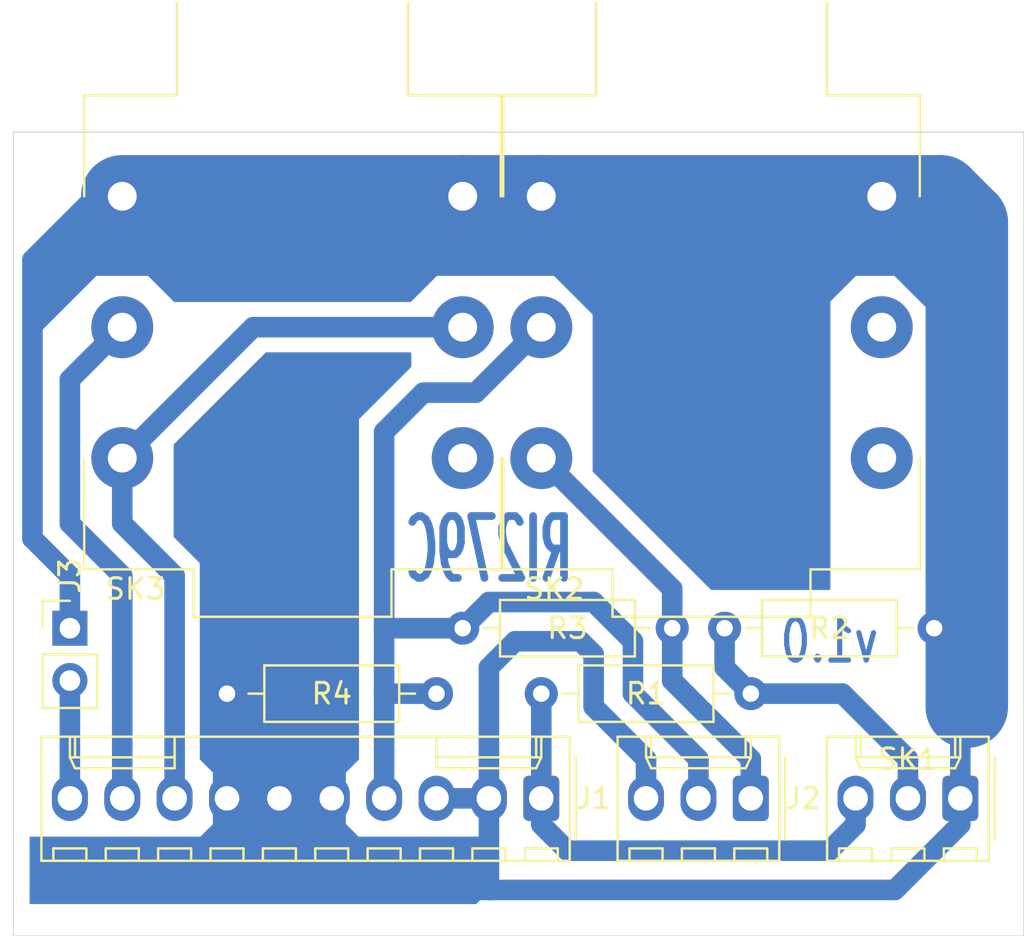
<source format=kicad_pcb>
(kicad_pcb (version 20211014) (generator pcbnew)
  (layers (0 "F.Cu" signal) (31 "B.Cu" signal) (34 "B.Paste" user) (35 "F.Paste" user) (36 "B.SilkS" user "B.Silkscreen") (37 "F.SilkS" user "F.Silkscreen") (38 "B.Mask" user) (39 "F.Mask" user) (44 "Edge.Cuts" user))
  (net 0 "")
  (net 1 "Net-(J1-Pad1)")
  (net 2 "Net-(J1-Pad4)")
  (net 3 "Net-(J1-Pad8)")
  (net 4 "Net-(J1-Pad9)")
  (net 5 "Net-(J1-Pad10)")
  (net 6 "GND")
  (net 7 "Net-(R1-Pad1)")
  (net 11 "Net-(J2-Pad1)")
  (footprint "TAC:CL13345" (layer "F.Cu") (at 109.855 118.11 90)
    (fp_text reference "SK2" (at -19.05 -7.62 180) (layer "F.SilkS"))
    (fp_text value "Tape/FX")
    (fp_line (start 4.9 -5.6) (end 4.9 -10.1) (layer "F.SilkS") (width 0.12))
    (fp_line (start 9.4 5.6) (end 4.9 5.6) (layer "F.SilkS") (width 0.12))
    (fp_line (start -20.4 4.8) (end -18.1 4.8) (layer "F.SilkS") (width 0.12))
    (fp_line (start -18.1 -4.8) (end -20.4 -4.8) (layer "F.SilkS") (width 0.12))
    (fp_line (start -18.1 10.1) (end -12.7 10.1) (layer "F.SilkS") (width 0.12))
    (fp_line (start 9.4 -5.6) (end 4.9 -5.6) (layer "F.SilkS") (width 0.12))
    (fp_line (start 4.9 -10.1) (end 0 -10.1) (layer "F.SilkS") (width 0.12))
    (fp_line (start -12.7 -10.1) (end -18.1 -10.1) (layer "F.SilkS") (width 0.12))
    (fp_line (start -18.1 -10.1) (end -18.1 -4.8) (layer "F.SilkS") (width 0.12))
    (fp_line (start -18.1 4.8) (end -18.1 10.1) (layer "F.SilkS") (width 0.12))
    (fp_line (start -20.4 -4.8) (end -20.4 4.8) (layer "F.SilkS") (width 0.12))
    (fp_line (start 4.9 10.1) (end 0 10.1) (layer "F.SilkS") (width 0.12))
    (fp_line (start 4.9 5.6) (end 4.9 10.1) (layer "F.SilkS") (width 0.12))
    (pad "R" thru_hole circle locked (at -6.35 -8.255 180) (size 3 3) (drill 1.4) (layers *.Cu *.Mask) (net 2 "Net-(J1-Pad4)"))
    (pad "RN" thru_hole circle locked (at -6.35 8.255 180) (size 3 3) (drill 1.4) (layers *.Cu *.Mask))
    (pad "S" thru_hole circle locked (at 0 -8.255 180) (size 3 3) (drill 1.4) (layers *.Cu *.Mask) (net 6 "GND"))
    (pad "SN" thru_hole circle locked (at 0 8.255 180) (size 3 3) (drill 1.4) (layers *.Cu *.Mask) (net 6 "GND"))
    (pad "T" thru_hole circle locked (at -12.7 -8.255 180) (size 3 3) (drill 1.4) (layers *.Cu *.Mask) (net 11 "Net-(J2-Pad1)"))
    (pad "TN" thru_hole circle locked (at -12.7 8.255 180) (size 3 3) (drill 1.4) (layers *.Cu *.Mask))
  )
  (footprint "Resistor_THT:R_Axial_DIN0207_L6.3mm_D2.5mm_P10.16mm_Horizontal" (layer "F.Cu") (at 111.76 142.24 180)
    (fp_text reference "R1" (at 5.08 0) (layer "F.SilkS"))
    (fp_text value "3k")
    (fp_line (start 8.35 1.37) (end 8.35 -1.37) (layer "F.SilkS") (width 0.12))
    (fp_line (start 1.81 -1.37) (end 1.81 1.37) (layer "F.SilkS") (width 0.12))
    (fp_line (start 9.12 0) (end 8.35 0) (layer "F.SilkS") (width 0.12))
    (fp_line (start 8.35 -1.37) (end 1.81 -1.37) (layer "F.SilkS") (width 0.12))
    (fp_line (start 1.04 0) (end 1.81 0) (layer "F.SilkS") (width 0.12))
    (fp_line (start 1.81 1.37) (end 8.35 1.37) (layer "F.SilkS") (width 0.12))
    (pad "1" thru_hole circle locked (at 0 0 180) (size 1.6 1.6) (drill 0.8) (layers *.Cu *.Mask) (net 7 "Net-(R1-Pad1)"))
    (pad "2" thru_hole oval locked (at 10.16 0 180) (size 1.6 1.6) (drill 0.8) (layers *.Cu *.Mask) (net 1 "Net-(J1-Pad1)"))
  )
  (footprint "TAC:CL13345" (layer "F.Cu") (at 89.535 118.11 90)
    (fp_text reference "SK3" (at -19.05 -7.62 180) (layer "F.SilkS"))
    (fp_text value "Insert")
    (fp_line (start -18.1 -10.1) (end -18.1 -4.8) (layer "F.SilkS") (width 0.12))
    (fp_line (start -20.4 4.8) (end -18.1 4.8) (layer "F.SilkS") (width 0.12))
    (fp_line (start -20.4 -4.8) (end -20.4 4.8) (layer "F.SilkS") (width 0.12))
    (fp_line (start -18.1 10.1) (end -12.7 10.1) (layer "F.SilkS") (width 0.12))
    (fp_line (start 4.9 -5.6) (end 4.9 -10.1) (layer "F.SilkS") (width 0.12))
    (fp_line (start 9.4 5.6) (end 4.9 5.6) (layer "F.SilkS") (width 0.12))
    (fp_line (start -18.1 4.8) (end -18.1 10.1) (layer "F.SilkS") (width 0.12))
    (fp_line (start -12.7 -10.1) (end -18.1 -10.1) (layer "F.SilkS") (width 0.12))
    (fp_line (start 4.9 10.1) (end 0 10.1) (layer "F.SilkS") (width 0.12))
    (fp_line (start 4.9 -10.1) (end 0 -10.1) (layer "F.SilkS") (width 0.12))
    (fp_line (start -18.1 -4.8) (end -20.4 -4.8) (layer "F.SilkS") (width 0.12))
    (fp_line (start 4.9 5.6) (end 4.9 10.1) (layer "F.SilkS") (width 0.12))
    (fp_line (start 9.4 -5.6) (end 4.9 -5.6) (layer "F.SilkS") (width 0.12))
    (pad "R" thru_hole circle locked (at -6.35 -8.255 180) (size 3 3) (drill 1.4) (layers *.Cu *.Mask) (net 4 "Net-(J1-Pad9)"))
    (pad "RN" thru_hole circle locked (at -6.35 8.255 180) (size 3 3) (drill 1.4) (layers *.Cu *.Mask) (net 3 "Net-(J1-Pad8)"))
    (pad "S" thru_hole circle locked (at 0 -8.255 180) (size 3 3) (drill 1.4) (layers *.Cu *.Mask) (net 6 "GND"))
    (pad "SN" thru_hole circle locked (at 0 8.255 180) (size 3 3) (drill 1.4) (layers *.Cu *.Mask) (net 6 "GND"))
    (pad "T" thru_hole circle locked (at -12.7 -8.255 180) (size 3 3) (drill 1.4) (layers *.Cu *.Mask) (net 3 "Net-(J1-Pad8)"))
    (pad "TN" thru_hole circle locked (at -12.7 8.255 180) (size 3 3) (drill 1.4) (layers *.Cu *.Mask))
  )
  (footprint "Resistor_THT:R_Axial_DIN0207_L6.3mm_D2.5mm_P10.16mm_Horizontal" (layer "F.Cu") (at 96.52 142.24 180)
    (fp_text reference "R4" (at 5.08 0) (layer "F.SilkS"))
    (fp_text value "22k")
    (fp_line (start 9.12 0) (end 8.35 0) (layer "F.SilkS") (width 0.12))
    (fp_line (start 1.81 -1.37) (end 1.81 1.37) (layer "F.SilkS") (width 0.12))
    (fp_line (start 1.81 1.37) (end 8.35 1.37) (layer "F.SilkS") (width 0.12))
    (fp_line (start 8.35 1.37) (end 8.35 -1.37) (layer "F.SilkS") (width 0.12))
    (fp_line (start 1.04 0) (end 1.81 0) (layer "F.SilkS") (width 0.12))
    (fp_line (start 8.35 -1.37) (end 1.81 -1.37) (layer "F.SilkS") (width 0.12))
    (pad "1" thru_hole circle locked (at 0 0 180) (size 1.6 1.6) (drill 0.8) (layers *.Cu *.Mask) (net 2 "Net-(J1-Pad4)"))
    (pad "2" thru_hole oval locked (at 10.16 0 180) (size 1.6 1.6) (drill 0.8) (layers *.Cu *.Mask) (net 6 "GND"))
  )
  (footprint "Connector_Molex:Molex_KK-254_AE-6410-10A_1x10_P2.54mm_Vertical" (layer "F.Cu") (at 101.6 147.32 180)
    (fp_text reference "J1" (at -2.54 0) (layer "F.SilkS"))
    (fp_text value "Ribbon Cable")
    (fp_line (start -0.8 -2.43) (end 0.8 -2.43) (layer "F.SilkS") (width 0.12))
    (fp_line (start 6.82 -2.43) (end 8.42 -2.43) (layer "F.SilkS") (width 0.12))
    (fp_line (start 17.78 1.99) (end 17.78 2.99) (layer "F.SilkS") (width 0.12))
    (fp_line (start 22.06 -2.43) (end 23.66 -2.43) (layer "F.SilkS") (width 0.12))
    (fp_line (start 19.52 -2.43) (end 21.12 -2.43) (layer "F.SilkS") (width 0.12))
    (fp_line (start 5.08 1.99) (end 5.08 2.99) (layer "F.SilkS") (width 0.12))
    (fp_line (start 1.74 -2.43) (end 3.34 -2.43) (layer "F.SilkS") (width 0.12))
    (fp_line (start -1.38 2.99) (end 24.24 2.99) (layer "F.SilkS") (width 0.12))
    (fp_line (start 23.66 -2.43) (end 23.66 -3.03) (layer "F.SilkS") (width 0.12))
    (fp_line (start 22.06 -3.03) (end 22.06 -2.43) (layer "F.SilkS") (width 0.12))
    (fp_line (start 6.82 -3.03) (end 6.82 -2.43) (layer "F.SilkS") (width 0.12))
    (fp_line (start 0.8 -2.43) (end 0.8 -3.03) (layer "F.SilkS") (width 0.12))
    (fp_line (start 8.42 -2.43) (end 8.42 -3.03) (layer "F.SilkS") (width 0.12))
    (fp_line (start -1.38 -3.03) (end -1.38 2.99) (layer "F.SilkS") (width 0.12))
    (fp_line (start 4.28 -2.43) (end 5.88 -2.43) (layer "F.SilkS") (width 0.12))
    (fp_line (start 5.08 1.46) (end 5.08 1.99) (layer "F.SilkS") (width 0.12))
    (fp_line (start 16.04 -2.43) (end 16.04 -3.03) (layer "F.SilkS") (width 0.12))
    (fp_line (start 11.9 -2.43) (end 13.5 -2.43) (layer "F.SilkS") (width 0.12))
    (fp_line (start 10.96 -2.43) (end 10.96 -3.03) (layer "F.SilkS") (width 0.12))
    (fp_line (start 22.61 1.46) (end 17.78 1.46) (layer "F.SilkS") (width 0.12))
    (fp_line (start 9.36 -3.03) (end 9.36 -2.43) (layer "F.SilkS") (width 0.12))
    (fp_line (start 0 1.99) (end 0.25 1.46) (layer "F.SilkS") (width 0.12))
    (fp_line (start 22.61 2.99) (end 22.61 1.99) (layer "F.SilkS") (width 0.12))
    (fp_line (start 18.58 -2.43) (end 18.58 -3.03) (layer "F.SilkS") (width 0.12))
    (fp_line (start 3.34 -2.43) (end 3.34 -3.03) (layer "F.SilkS") (width 0.12))
    (fp_line (start 17.78 1.46) (end 17.78 1.99) (layer "F.SilkS") (width 0.12))
    (fp_line (start 13.5 -2.43) (end 13.5 -3.03) (layer "F.SilkS") (width 0.12))
    (fp_line (start 22.86 1.99) (end 17.78 1.99) (layer "F.SilkS") (width 0.12))
    (fp_line (start 14.44 -3.03) (end 14.44 -2.43) (layer "F.SilkS") (width 0.12))
    (fp_line (start 24.24 -3.03) (end -1.38 -3.03) (layer "F.SilkS") (width 0.12))
    (fp_line (start 21.12 -2.43) (end 21.12 -3.03) (layer "F.SilkS") (width 0.12))
    (fp_line (start 1.74 -3.03) (end 1.74 -2.43) (layer "F.SilkS") (width 0.12))
    (fp_line (start 22.86 1.99) (end 22.61 1.46) (layer "F.SilkS") (width 0.12))
    (fp_line (start 22.86 2.99) (end 22.86 1.99) (layer "F.SilkS") (width 0.12))
    (fp_line (start 0.25 1.46) (end 5.08 1.46) (layer "F.SilkS") (width 0.12))
    (fp_line (start 14.44 -2.43) (end 16.04 -2.43) (layer "F.SilkS") (width 0.12))
    (fp_line (start 16.98 -3.03) (end 16.98 -2.43) (layer "F.SilkS") (width 0.12))
    (fp_line (start 4.28 -3.03) (end 4.28 -2.43) (layer "F.SilkS") (width 0.12))
    (fp_line (start -0.8 -3.03) (end -0.8 -2.43) (layer "F.SilkS") (width 0.12))
    (fp_line (start -1.67 -2) (end -1.67 2) (layer "F.SilkS") (width 0.12))
    (fp_line (start 11.9 -3.03) (end 11.9 -2.43) (layer "F.SilkS") (width 0.12))
    (fp_line (start 0 1.99) (end 5.08 1.99) (layer "F.SilkS") (width 0.12))
    (fp_line (start 9.36 -2.43) (end 10.96 -2.43) (layer "F.SilkS") (width 0.12))
    (fp_line (start 16.98 -2.43) (end 18.58 -2.43) (layer "F.SilkS") (width 0.12))
    (fp_line (start 0 2.99) (end 0 1.99) (layer "F.SilkS") (width 0.12))
    (fp_line (start 5.88 -2.43) (end 5.88 -3.03) (layer "F.SilkS") (width 0.12))
    (fp_line (start 24.24 2.99) (end 24.24 -3.03) (layer "F.SilkS") (width 0.12))
    (fp_line (start 0.25 2.99) (end 0.25 1.99) (layer "F.SilkS") (width 0.12))
    (fp_line (start 19.52 -3.03) (end 19.52 -2.43) (layer "F.SilkS") (width 0.12))
    (pad "1" thru_hole roundrect locked (at 0 0 180) (size 1.74 2.19) (drill 1.19) (layers *.Cu *.Mask) (roundrect_rratio 0.1436775862) (net 1 "Net-(J1-Pad1)"))
    (pad "2" thru_hole oval locked (at 2.54 0 180) (size 1.74 2.19) (drill 1.19) (layers *.Cu *.Mask) (net 6 "GND"))
    (pad "3" thru_hole oval locked (at 5.08 0 180) (size 1.74 2.19) (drill 1.19) (layers *.Cu *.Mask) (net 6 "GND"))
    (pad "4" thru_hole oval locked (at 7.62 0 180) (size 1.74 2.19) (drill 1.19) (layers *.Cu *.Mask) (net 2 "Net-(J1-Pad4)"))
    (pad "5" thru_hole oval locked (at 10.16 0 180) (size 1.74 2.19) (drill 1.19) (layers *.Cu *.Mask) (net 6 "GND"))
    (pad "6" thru_hole oval locked (at 12.7 0 180) (size 1.74 2.19) (drill 1.19) (layers *.Cu *.Mask) (net 6 "GND"))
    (pad "7" thru_hole oval locked (at 15.24 0 180) (size 1.74 2.19) (drill 1.19) (layers *.Cu *.Mask) (net 6 "GND"))
    (pad "8" thru_hole oval locked (at 17.78 0 180) (size 1.74 2.19) (drill 1.19) (layers *.Cu *.Mask) (net 3 "Net-(J1-Pad8)"))
    (pad "9" thru_hole oval locked (at 20.32 0 180) (size 1.74 2.19) (drill 1.19) (layers *.Cu *.Mask) (net 4 "Net-(J1-Pad9)"))
    (pad "10" thru_hole oval locked (at 22.86 0 180) (size 1.74 2.19) (drill 1.19) (layers *.Cu *.Mask) (net 5 "Net-(J1-Pad10)"))
  )
  (footprint "Connector_PinHeader_2.54mm:PinHeader_1x02_P2.54mm_Vertical" (layer "F.Cu") (at 78.74 139.065)
    (fp_text reference "J3" (at 0 -2.54 90) (layer "F.SilkS"))
    (fp_text value "Meter")
    (fp_line (start -1.33 -1.33) (end 0 -1.33) (layer "F.SilkS") (width 0.12))
    (fp_line (start -1.33 1.27) (end 1.33 1.27) (layer "F.SilkS") (width 0.12))
    (fp_line (start -1.33 1.27) (end -1.33 3.87) (layer "F.SilkS") (width 0.12))
    (fp_line (start 1.33 1.27) (end 1.33 3.87) (layer "F.SilkS") (width 0.12))
    (fp_line (start -1.33 0) (end -1.33 -1.33) (layer "F.SilkS") (width 0.12))
    (fp_line (start -1.33 3.87) (end 1.33 3.87) (layer "F.SilkS") (width 0.12))
    (pad "1" thru_hole rect locked (at 0 0) (size 1.7 1.7) (drill 1) (layers *.Cu *.Mask) (net 6 "GND"))
    (pad "2" thru_hole oval locked (at 0 2.54) (size 1.7 1.7) (drill 1) (layers *.Cu *.Mask) (net 5 "Net-(J1-Pad10)"))
  )
  (footprint "Connector_Molex:Molex_KK-254_AE-6410-03A_1x03_P2.54mm_Vertical" (layer "F.Cu") (at 111.76 147.32 180)
    (fp_text reference "J2" (at -2.54 0) (layer "F.SilkS"))
    (fp_text value "Multiway")
    (fp_line (start 0 1.99) (end 0.25 1.46) (layer "F.SilkS") (width 0.12))
    (fp_line (start 5.88 -2.43) (end 5.88 -3.03) (layer "F.SilkS") (width 0.12))
    (fp_line (start 4.83 2.99) (end 4.83 1.99) (layer "F.SilkS") (width 0.12))
    (fp_line (start 1.74 -3.03) (end 1.74 -2.43) (layer "F.SilkS") (width 0.12))
    (fp_line (start 5.08 1.99) (end 5.08 2.99) (layer "F.SilkS") (width 0.12))
    (fp_line (start 4.83 1.46) (end 5.08 1.99) (layer "F.SilkS") (width 0.12))
    (fp_line (start -1.38 -3.03) (end -1.38 2.99) (layer "F.SilkS") (width 0.12))
    (fp_line (start 1.74 -2.43) (end 3.34 -2.43) (layer "F.SilkS") (width 0.12))
    (fp_line (start -0.8 -3.03) (end -0.8 -2.43) (layer "F.SilkS") (width 0.12))
    (fp_line (start 0.25 2.99) (end 0.25 1.99) (layer "F.SilkS") (width 0.12))
    (fp_line (start 0.25 1.46) (end 4.83 1.46) (layer "F.SilkS") (width 0.12))
    (fp_line (start 4.28 -2.43) (end 5.88 -2.43) (layer "F.SilkS") (width 0.12))
    (fp_line (start -0.8 -2.43) (end 0.8 -2.43) (layer "F.SilkS") (width 0.12))
    (fp_line (start 6.46 -3.03) (end -1.38 -3.03) (layer "F.SilkS") (width 0.12))
    (fp_line (start -1.38 2.99) (end 6.46 2.99) (layer "F.SilkS") (width 0.12))
    (fp_line (start 0.8 -2.43) (end 0.8 -3.03) (layer "F.SilkS") (width 0.12))
    (fp_line (start 3.34 -2.43) (end 3.34 -3.03) (layer "F.SilkS") (width 0.12))
    (fp_line (start 6.46 2.99) (end 6.46 -3.03) (layer "F.SilkS") (width 0.12))
    (fp_line (start 0 1.99) (end 5.08 1.99) (layer "F.SilkS") (width 0.12))
    (fp_line (start 4.28 -3.03) (end 4.28 -2.43) (layer "F.SilkS") (width 0.12))
    (fp_line (start -1.67 -2) (end -1.67 2) (layer "F.SilkS") (width 0.12))
    (fp_line (start 0 2.99) (end 0 1.99) (layer "F.SilkS") (width 0.12))
    (pad "1" thru_hole roundrect locked (at 0 0 180) (size 1.74 2.19) (drill 1.19) (layers *.Cu *.Mask) (roundrect_rratio 0.1436775862) (net 11 "Net-(J2-Pad1)"))
    (pad "2" thru_hole oval locked (at 2.54 0 180) (size 1.74 2.19) (drill 1.19) (layers *.Cu *.Mask) (net 2 "Net-(J1-Pad4)"))
    (pad "3" thru_hole oval locked (at 5.08 0 180) (size 1.74 2.19) (drill 1.19) (layers *.Cu *.Mask) (net 6 "GND"))
  )
  (footprint "Resistor_THT:R_Axial_DIN0207_L6.3mm_D2.5mm_P10.16mm_Horizontal" (layer "F.Cu") (at 97.79 139.065)
    (fp_text reference "R3" (at 5.08 0) (layer "F.SilkS"))
    (fp_text value "62k")
    (fp_line (start 1.81 1.37) (end 8.35 1.37) (layer "F.SilkS") (width 0.12))
    (fp_line (start 1.04 0) (end 1.81 0) (layer "F.SilkS") (width 0.12))
    (fp_line (start 8.35 -1.37) (end 1.81 -1.37) (layer "F.SilkS") (width 0.12))
    (fp_line (start 1.81 -1.37) (end 1.81 1.37) (layer "F.SilkS") (width 0.12))
    (fp_line (start 8.35 1.37) (end 8.35 -1.37) (layer "F.SilkS") (width 0.12))
    (fp_line (start 9.12 0) (end 8.35 0) (layer "F.SilkS") (width 0.12))
    (pad "1" thru_hole circle locked (at 0 0) (size 1.6 1.6) (drill 0.8) (layers *.Cu *.Mask) (net 2 "Net-(J1-Pad4)"))
    (pad "2" thru_hole oval locked (at 10.16 0) (size 1.6 1.6) (drill 0.8) (layers *.Cu *.Mask) (net 11 "Net-(J2-Pad1)"))
  )
  (footprint "Resistor_THT:R_Axial_DIN0207_L6.3mm_D2.5mm_P10.16mm_Horizontal" (layer "F.Cu") (at 120.65 139.065 180)
    (fp_text reference "R2" (at 5.08 0) (layer "F.SilkS"))
    (fp_text value "1k")
    (fp_line (start 1.81 1.37) (end 8.35 1.37) (layer "F.SilkS") (width 0.12))
    (fp_line (start 8.35 1.37) (end 8.35 -1.37) (layer "F.SilkS") (width 0.12))
    (fp_line (start 8.35 -1.37) (end 1.81 -1.37) (layer "F.SilkS") (width 0.12))
    (fp_line (start 1.81 -1.37) (end 1.81 1.37) (layer "F.SilkS") (width 0.12))
    (fp_line (start 1.04 0) (end 1.81 0) (layer "F.SilkS") (width 0.12))
    (fp_line (start 9.12 0) (end 8.35 0) (layer "F.SilkS") (width 0.12))
    (pad "1" thru_hole circle locked (at 0 0 180) (size 1.6 1.6) (drill 0.8) (layers *.Cu *.Mask) (net 6 "GND"))
    (pad "2" thru_hole oval locked (at 10.16 0 180) (size 1.6 1.6) (drill 0.8) (layers *.Cu *.Mask) (net 7 "Net-(R1-Pad1)"))
  )
  (footprint "Connector_Molex:Molex_KK-254_AE-6410-03A_1x03_P2.54mm_Vertical" (layer "F.Cu") (at 121.92 147.32 180)
    (fp_text reference "SK1" (at 2.54 1.905) (layer "F.SilkS"))
    (fp_text value "Buss Out")
    (fp_line (start -1.38 -3.03) (end -1.38 2.99) (layer "F.SilkS") (width 0.12))
    (fp_line (start -0.8 -2.43) (end 0.8 -2.43) (layer "F.SilkS") (width 0.12))
    (fp_line (start 6.46 -3.03) (end -1.38 -3.03) (layer "F.SilkS") (width 0.12))
    (fp_line (start -0.8 -3.03) (end -0.8 -2.43) (layer "F.SilkS") (width 0.12))
    (fp_line (start 4.83 1.46) (end 5.08 1.99) (layer "F.SilkS") (width 0.12))
    (fp_line (start 1.74 -2.43) (end 3.34 -2.43) (layer "F.SilkS") (width 0.12))
    (fp_line (start 0 1.99) (end 5.08 1.99) (layer "F.SilkS") (width 0.12))
    (fp_line (start 5.88 -2.43) (end 5.88 -3.03) (layer "F.SilkS") (width 0.12))
    (fp_line (start 4.28 -2.43) (end 5.88 -2.43) (layer "F.SilkS") (width 0.12))
    (fp_line (start 0 2.99) (end 0 1.99) (layer "F.SilkS") (width 0.12))
    (fp_line (start 5.08 1.99) (end 5.08 2.99) (layer "F.SilkS") (width 0.12))
    (fp_line (start -1.67 -2) (end -1.67 2) (layer "F.SilkS") (width 0.12))
    (fp_line (start -1.38 2.99) (end 6.46 2.99) (layer "F.SilkS") (width 0.12))
    (fp_line (start 6.46 2.99) (end 6.46 -3.03) (layer "F.SilkS") (width 0.12))
    (fp_line (start 4.83 2.99) (end 4.83 1.99) (layer "F.SilkS") (width 0.12))
    (fp_line (start 0.8 -2.43) (end 0.8 -3.03) (layer "F.SilkS") (width 0.12))
    (fp_line (start 0 1.99) (end 0.25 1.46) (layer "F.SilkS") (width 0.12))
    (fp_line (start 0.25 2.99) (end 0.25 1.99) (layer "F.SilkS") (width 0.12))
    (fp_line (start 4.28 -3.03) (end 4.28 -2.43) (layer "F.SilkS") (width 0.12))
    (fp_line (start 3.34 -2.43) (end 3.34 -3.03) (layer "F.SilkS") (width 0.12))
    (fp_line (start 0.25 1.46) (end 4.83 1.46) (layer "F.SilkS") (width 0.12))
    (fp_line (start 1.74 -3.03) (end 1.74 -2.43) (layer "F.SilkS") (width 0.12))
    (pad "1" thru_hole roundrect locked (at 0 0 180) (size 1.74 2.19) (drill 1.19) (layers *.Cu *.Mask) (roundrect_rratio 0.1436775862) (net 6 "GND"))
    (pad "2" thru_hole oval locked (at 2.54 0 180) (size 1.74 2.19) (drill 1.19) (layers *.Cu *.Mask) (net 7 "Net-(R1-Pad1)"))
    (pad "3" thru_hole oval locked (at 5.08 0 180) (size 1.74 2.19) (drill 1.19) (layers *.Cu *.Mask) (net 1 "Net-(J1-Pad1)"))
  )
  (gr_poly (pts (xy 115.57 137.16) (xy 109.855 137.16) (xy 104.14 131.445) (xy 104.14 120.015) (xy 115.57 120.015)) (layer "B.Cu") (width 0.1) (fill solid))
  (gr_poly (pts (xy 95.25 126.365) (xy 92.71 128.905) (xy 92.71 145.415) (xy 85.09 145.415) (xy 85.09 135.89) (xy 83.82 134.62) (xy 83.82 130.175) (xy 88.265 125.73) (xy 95.25 125.73)) (layer "B.Cu") (width 0.1) (fill solid))
  (gr_poly (pts (xy 104.14 121.92) (xy 96.52 121.92) (xy 95.25 123.19) (xy 83.82 123.19) (xy 82.55 121.92) (xy 76.835 121.92) (xy 80.01 118.745) (xy 104.14 118.745)) (layer "B.Cu") (width 0.1) (fill solid))
  (gr_poly (pts (xy 104.14 123.825) (xy 102.235 121.92) (xy 104.14 121.92)) (layer "B.Cu") (width 0.1) (fill solid))
  (gr_poly (pts (xy 120.65 123.19) (xy 120.65 123.825) (xy 118.745 121.92) (xy 116.84 121.92) (xy 115.57 123.19) (xy 115.57 120.015) (xy 120.65 120.015)) (layer "B.Cu") (width 0.1) (fill solid))
  (gr_poly (pts (xy 92.075 146.05) (xy 92.075 148.59) (xy 85.725 148.59) (xy 85.725 146.05) (xy 85.09 145.415) (xy 92.71 145.415)) (layer "B.Cu") (width 0.1) (fill solid))
  (gr_poly (pts (xy 92.71 149.225) (xy 99.06 149.225) (xy 99.06 151.765) (xy 98.425 152.4) (xy 76.835 152.4) (xy 76.835 149.225) (xy 85.09 149.225) (xy 85.725 148.59) (xy 92.075 148.59)) (layer "B.Cu") (width 0.1) (fill solid))
  (gr_poly (pts (xy 76.835 125.095) (xy 76.835 121.92) (xy 80.01 121.92)) (layer "B.Cu") (width 0.1) (fill solid))
  (gr_line (start 76 115) (end 125 115) (layer "Edge.Cuts") (width 0.05))
  (gr_line (start 125 115) (end 125 154) (layer "Edge.Cuts") (width 0.05))
  (gr_line (start 125 154) (end 76 154) (layer "Edge.Cuts") (width 0.05))
  (gr_line (start 76 154) (end 76 115) (layer "Edge.Cuts") (width 0.05))
  (gr_text "RI279C" (at 99.06 135.255) (layer "B.Cu") (effects (font (size 3 1.5) (thickness 0.375)) (justify mirror)))
  (gr_text "v1.0" (at 115.57 139.7) (layer "B.Cu") (effects (font (size 2 1.5) (thickness 0.25)) (justify mirror)))
  (segment (start 101.6 147.32) (end 101.6 142.24) (width 1) (layer "B.Cu") (net 1))
  (segment (start 102.87 149.86) (end 101.6 148.59) (width 1) (layer "B.Cu") (net 1))
  (segment (start 101.6 148.59) (end 101.6 147.32) (width 1) (layer "B.Cu") (net 1))
  (segment (start 115.57 149.86) (end 102.87 149.86) (width 1) (layer "B.Cu") (net 1))
  (segment (start 116.84 148.59) (end 115.57 149.86) (width 1) (layer "B.Cu") (net 1))
  (segment (start 116.84 147.32) (end 116.84 148.59) (width 1) (layer "B.Cu") (net 1))
  (segment (start 99.06 137.795) (end 104.14 137.795) (width 1) (layer "B.Cu") (net 2))
  (segment (start 97.79 139.065) (end 99.06 137.795) (width 1) (layer "B.Cu") (net 2))
  (segment (start 106.045 142.24) (end 106.045 139.7) (width 1) (layer "B.Cu") (net 2))
  (segment (start 109.22 145.415) (end 106.045 142.24) (width 1) (layer "B.Cu") (net 2))
  (segment (start 97.79 139.065) (end 93.98 139.065) (width 1) (layer "B.Cu") (net 2))
  (segment (start 93.98 147.32) (end 93.98 142.24) (width 1) (layer "B.Cu") (net 2))
  (segment (start 93.98 142.24) (end 93.98 139.065) (width 1) (layer "B.Cu") (net 2))
  (segment (start 101.6 124.46) (end 98.425 127.635) (width 1) (layer "B.Cu") (net 2))
  (segment (start 98.425 127.635) (end 95.885 127.635) (width 1) (layer "B.Cu") (net 2))
  (segment (start 95.885 127.635) (end 93.98 129.54) (width 1) (layer "B.Cu") (net 2))
  (segment (start 93.98 129.54) (end 93.98 139.065) (width 1) (layer "B.Cu") (net 2))
  (segment (start 96.52 142.24) (end 93.98 142.24) (width 1) (layer "B.Cu") (net 2))
  (segment (start 104.14 137.795) (end 106.045 139.7) (width 1) (layer "B.Cu") (net 2))
  (segment (start 109.22 147.32) (end 109.22 145.415) (width 1) (layer "B.Cu") (net 2))
  (segment (start 81.28 130.81) (end 87.63 124.46) (width 1) (layer "B.Cu") (net 3))
  (segment (start 87.63 124.46) (end 97.79 124.46) (width 1) (layer "B.Cu") (net 3))
  (segment (start 83.82 147.32) (end 83.82 136.525) (width 1) (layer "B.Cu") (net 3))
  (segment (start 83.82 136.525) (end 81.28 133.985) (width 1) (layer "B.Cu") (net 3))
  (segment (start 81.28 133.985) (end 81.28 130.81) (width 1) (layer "B.Cu") (net 3))
  (segment (start 81.28 136.525) (end 78.74 133.985) (width 1) (layer "B.Cu") (net 4))
  (segment (start 81.28 147.32) (end 81.28 136.525) (width 1) (layer "B.Cu") (net 4))
  (segment (start 78.74 133.985) (end 78.74 127) (width 1) (layer "B.Cu") (net 4))
  (segment (start 78.74 127) (end 81.28 124.46) (width 1) (layer "B.Cu") (net 4))
  (segment (start 78.74 147.32) (end 78.74 141.605) (width 1) (layer "B.Cu") (net 5))
  (segment (start 101.6 118.11) (end 97.79 118.11) (width 4) (layer "B.Cu") (net 6))
  (segment (start 97.79 118.11) (end 81.28 118.11) (width 4) (layer "B.Cu") (net 6))
  (segment (start 101.6 118.11) (end 120.96499 118.11) (width 4) (layer "B.Cu") (net 6))
  (segment (start 120.96499 118.11) (end 122.23499 119.38) (width 4) (layer "B.Cu") (net 6))
  (segment (start 122.23499 119.38) (end 122.23499 142.875) (width 4) (layer "B.Cu") (net 6))
  (segment (start 103.505 139.7) (end 104.14 140.335) (width 1) (layer "B.Cu") (net 6))
  (segment (start 100.33 139.7) (end 103.505 139.7) (width 1) (layer "B.Cu") (net 6))
  (segment (start 99.06 140.97) (end 100.33 139.7) (width 1) (layer "B.Cu") (net 6))
  (segment (start 104.14 142.875) (end 106.68 145.415) (width 1) (layer "B.Cu") (net 6))
  (segment (start 99.06 147.32) (end 99.06 140.97) (width 1) (layer "B.Cu") (net 6))
  (segment (start 104.14 140.335) (end 104.14 142.875) (width 1) (layer "B.Cu") (net 6))
  (segment (start 106.68 145.415) (end 106.68 147.32) (width 1) (layer "B.Cu") (net 6))
  (segment (start 86.36 147.32) (end 86.36 142.24) (width 1) (layer "B.Cu") (net 6))
  (segment (start 78.74 139.065) (end 78.74 136.525) (width 1) (layer "B.Cu") (net 6))
  (segment (start 78.74 136.525) (end 76.92501 134.71001) (width 1) (layer "B.Cu") (net 6))
  (segment (start 99.06 147.32) (end 96.52 147.32) (width 1) (layer "B.Cu") (net 6))
  (segment (start 118.745 151.765) (end 99.06 151.765) (width 1) (layer "B.Cu") (net 6))
  (segment (start 99.06 147.32) (end 99.06 151.765) (width 1) (layer "B.Cu") (net 6))
  (segment (start 99.06 151.765) (end 94.615 151.765) (width 1) (layer "B.Cu") (net 6))
  (segment (start 94.615 151.765) (end 91.44 148.59) (width 1) (layer "B.Cu") (net 6))
  (segment (start 121.92 148.59) (end 118.745 151.765) (width 1) (layer "B.Cu") (net 6))
  (segment (start 121.92 147.32) (end 121.92 148.59) (width 1) (layer "B.Cu") (net 6))
  (segment (start 91.44 148.59) (end 91.44 147.32) (width 1) (layer "B.Cu") (net 6))
  (segment (start 91.44 147.32) (end 86.36 147.32) (width 1) (layer "B.Cu") (net 6))
  (segment (start 121.92 147.32) (end 121.92 143.18999) (width 1) (layer "B.Cu") (net 6))
  (segment (start 121.92 143.18999) (end 122.23499 142.875) (width 1) (layer "B.Cu") (net 6))
  (segment (start 76.92501 121.19499) (end 80.01 118.11) (width 1) (layer "B.Cu") (net 6))
  (segment (start 80.01 118.11) (end 81.28 118.11) (width 1) (layer "B.Cu") (net 6))
  (segment (start 76.92501 134.71001) (end 76.92501 121.19499) (width 1) (layer "B.Cu") (net 6))
  (segment (start 116.205 142.24) (end 119.38 145.415) (width 1) (layer "B.Cu") (net 7))
  (segment (start 119.38 145.415) (end 119.38 147.32) (width 1) (layer "B.Cu") (net 7))
  (segment (start 110.49 139.065) (end 110.49 140.97) (width 1) (layer "B.Cu") (net 7))
  (segment (start 110.49 140.97) (end 111.76 142.24) (width 1) (layer "B.Cu") (net 7))
  (segment (start 116.205 142.24) (end 111.76 142.24) (width 1) (layer "B.Cu") (net 7))
  (segment (start 107.95 141.605) (end 111.76 145.415) (width 1) (layer "B.Cu") (net 11))
  (segment (start 111.76 145.415) (end 111.76 147.32) (width 1) (layer "B.Cu") (net 11))
  (segment (start 107.95 139.065) (end 107.95 141.605) (width 1) (layer "B.Cu") (net 11))
  (segment (start 101.6 130.81) (end 107.95 137.16) (width 1) (layer "B.Cu") (net 11))
  (segment (start 107.95 137.16) (end 107.95 139.065) (width 1) (layer "B.Cu") (net 11))
)
</source>
